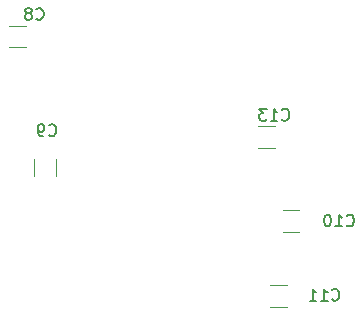
<source format=gbr>
%TF.GenerationSoftware,KiCad,Pcbnew,(5.1.8-0-10_14)*%
%TF.CreationDate,2022-04-27T14:32:14-05:00*%
%TF.ProjectId,SAQ_KiCad_one,5341515f-4b69-4436-9164-5f6f6e652e6b,rev?*%
%TF.SameCoordinates,Original*%
%TF.FileFunction,Legend,Bot*%
%TF.FilePolarity,Positive*%
%FSLAX46Y46*%
G04 Gerber Fmt 4.6, Leading zero omitted, Abs format (unit mm)*
G04 Created by KiCad (PCBNEW (5.1.8-0-10_14)) date 2022-04-27 14:32:14*
%MOMM*%
%LPD*%
G01*
G04 APERTURE LIST*
%ADD10C,0.120000*%
%ADD11C,0.150000*%
G04 APERTURE END LIST*
D10*
%TO.C,C10*%
X160629252Y-42524000D02*
X159206748Y-42524000D01*
X160629252Y-44344000D02*
X159206748Y-44344000D01*
%TO.C,C13*%
X158572252Y-37232000D02*
X157149748Y-37232000D01*
X158572252Y-35412000D02*
X157149748Y-35412000D01*
%TO.C,C11*%
X158165748Y-48874000D02*
X159588252Y-48874000D01*
X158165748Y-50694000D02*
X159588252Y-50694000D01*
%TO.C,C9*%
X139975000Y-38214248D02*
X139975000Y-39636752D01*
X138155000Y-38214248D02*
X138155000Y-39636752D01*
%TO.C,C8*%
X137490252Y-28723000D02*
X136067748Y-28723000D01*
X137490252Y-26903000D02*
X136067748Y-26903000D01*
%TO.C,C10*%
D11*
X164624857Y-43791142D02*
X164672476Y-43838761D01*
X164815333Y-43886380D01*
X164910571Y-43886380D01*
X165053428Y-43838761D01*
X165148666Y-43743523D01*
X165196285Y-43648285D01*
X165243904Y-43457809D01*
X165243904Y-43314952D01*
X165196285Y-43124476D01*
X165148666Y-43029238D01*
X165053428Y-42934000D01*
X164910571Y-42886380D01*
X164815333Y-42886380D01*
X164672476Y-42934000D01*
X164624857Y-42981619D01*
X163672476Y-43886380D02*
X164243904Y-43886380D01*
X163958190Y-43886380D02*
X163958190Y-42886380D01*
X164053428Y-43029238D01*
X164148666Y-43124476D01*
X164243904Y-43172095D01*
X163053428Y-42886380D02*
X162958190Y-42886380D01*
X162862952Y-42934000D01*
X162815333Y-42981619D01*
X162767714Y-43076857D01*
X162720095Y-43267333D01*
X162720095Y-43505428D01*
X162767714Y-43695904D01*
X162815333Y-43791142D01*
X162862952Y-43838761D01*
X162958190Y-43886380D01*
X163053428Y-43886380D01*
X163148666Y-43838761D01*
X163196285Y-43791142D01*
X163243904Y-43695904D01*
X163291523Y-43505428D01*
X163291523Y-43267333D01*
X163243904Y-43076857D01*
X163196285Y-42981619D01*
X163148666Y-42934000D01*
X163053428Y-42886380D01*
%TO.C,C13*%
X159138857Y-34829142D02*
X159186476Y-34876761D01*
X159329333Y-34924380D01*
X159424571Y-34924380D01*
X159567428Y-34876761D01*
X159662666Y-34781523D01*
X159710285Y-34686285D01*
X159757904Y-34495809D01*
X159757904Y-34352952D01*
X159710285Y-34162476D01*
X159662666Y-34067238D01*
X159567428Y-33972000D01*
X159424571Y-33924380D01*
X159329333Y-33924380D01*
X159186476Y-33972000D01*
X159138857Y-34019619D01*
X158186476Y-34924380D02*
X158757904Y-34924380D01*
X158472190Y-34924380D02*
X158472190Y-33924380D01*
X158567428Y-34067238D01*
X158662666Y-34162476D01*
X158757904Y-34210095D01*
X157853142Y-33924380D02*
X157234095Y-33924380D01*
X157567428Y-34305333D01*
X157424571Y-34305333D01*
X157329333Y-34352952D01*
X157281714Y-34400571D01*
X157234095Y-34495809D01*
X157234095Y-34733904D01*
X157281714Y-34829142D01*
X157329333Y-34876761D01*
X157424571Y-34924380D01*
X157710285Y-34924380D01*
X157805523Y-34876761D01*
X157853142Y-34829142D01*
%TO.C,C11*%
X163393357Y-50077642D02*
X163440976Y-50125261D01*
X163583833Y-50172880D01*
X163679071Y-50172880D01*
X163821928Y-50125261D01*
X163917166Y-50030023D01*
X163964785Y-49934785D01*
X164012404Y-49744309D01*
X164012404Y-49601452D01*
X163964785Y-49410976D01*
X163917166Y-49315738D01*
X163821928Y-49220500D01*
X163679071Y-49172880D01*
X163583833Y-49172880D01*
X163440976Y-49220500D01*
X163393357Y-49268119D01*
X162440976Y-50172880D02*
X163012404Y-50172880D01*
X162726690Y-50172880D02*
X162726690Y-49172880D01*
X162821928Y-49315738D01*
X162917166Y-49410976D01*
X163012404Y-49458595D01*
X161488595Y-50172880D02*
X162060023Y-50172880D01*
X161774309Y-50172880D02*
X161774309Y-49172880D01*
X161869547Y-49315738D01*
X161964785Y-49410976D01*
X162060023Y-49458595D01*
%TO.C,C9*%
X139422166Y-36146142D02*
X139469785Y-36193761D01*
X139612642Y-36241380D01*
X139707880Y-36241380D01*
X139850738Y-36193761D01*
X139945976Y-36098523D01*
X139993595Y-36003285D01*
X140041214Y-35812809D01*
X140041214Y-35669952D01*
X139993595Y-35479476D01*
X139945976Y-35384238D01*
X139850738Y-35289000D01*
X139707880Y-35241380D01*
X139612642Y-35241380D01*
X139469785Y-35289000D01*
X139422166Y-35336619D01*
X138945976Y-36241380D02*
X138755500Y-36241380D01*
X138660261Y-36193761D01*
X138612642Y-36146142D01*
X138517404Y-36003285D01*
X138469785Y-35812809D01*
X138469785Y-35431857D01*
X138517404Y-35336619D01*
X138565023Y-35289000D01*
X138660261Y-35241380D01*
X138850738Y-35241380D01*
X138945976Y-35289000D01*
X138993595Y-35336619D01*
X139041214Y-35431857D01*
X139041214Y-35669952D01*
X138993595Y-35765190D01*
X138945976Y-35812809D01*
X138850738Y-35860428D01*
X138660261Y-35860428D01*
X138565023Y-35812809D01*
X138517404Y-35765190D01*
X138469785Y-35669952D01*
%TO.C,C8*%
X138342666Y-26320142D02*
X138390285Y-26367761D01*
X138533142Y-26415380D01*
X138628380Y-26415380D01*
X138771238Y-26367761D01*
X138866476Y-26272523D01*
X138914095Y-26177285D01*
X138961714Y-25986809D01*
X138961714Y-25843952D01*
X138914095Y-25653476D01*
X138866476Y-25558238D01*
X138771238Y-25463000D01*
X138628380Y-25415380D01*
X138533142Y-25415380D01*
X138390285Y-25463000D01*
X138342666Y-25510619D01*
X137771238Y-25843952D02*
X137866476Y-25796333D01*
X137914095Y-25748714D01*
X137961714Y-25653476D01*
X137961714Y-25605857D01*
X137914095Y-25510619D01*
X137866476Y-25463000D01*
X137771238Y-25415380D01*
X137580761Y-25415380D01*
X137485523Y-25463000D01*
X137437904Y-25510619D01*
X137390285Y-25605857D01*
X137390285Y-25653476D01*
X137437904Y-25748714D01*
X137485523Y-25796333D01*
X137580761Y-25843952D01*
X137771238Y-25843952D01*
X137866476Y-25891571D01*
X137914095Y-25939190D01*
X137961714Y-26034428D01*
X137961714Y-26224904D01*
X137914095Y-26320142D01*
X137866476Y-26367761D01*
X137771238Y-26415380D01*
X137580761Y-26415380D01*
X137485523Y-26367761D01*
X137437904Y-26320142D01*
X137390285Y-26224904D01*
X137390285Y-26034428D01*
X137437904Y-25939190D01*
X137485523Y-25891571D01*
X137580761Y-25843952D01*
%TD*%
M02*

</source>
